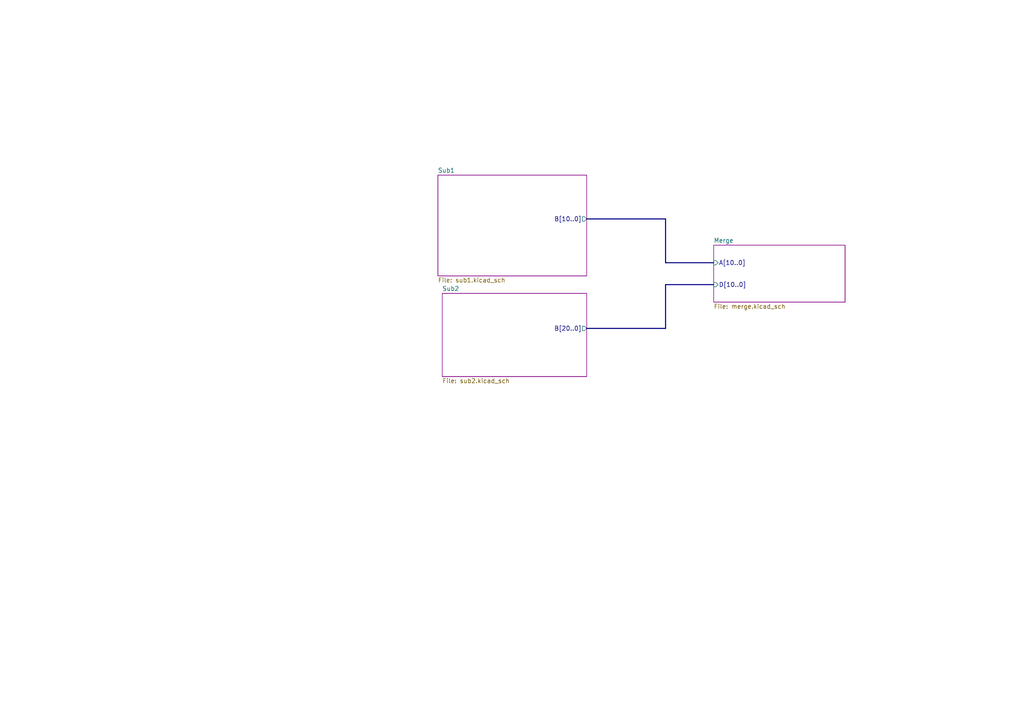
<source format=kicad_sch>
(kicad_sch (version 20200828) (generator eeschema)
  (page 1 4)
  (paper "A4")
  (lib_symbols)
  (bus (pts (xy 170.18 63.5) (xy 193.04 63.5)))
  (bus (pts (xy 170.18 95.25) (xy 193.04 95.25)))
  (bus (pts (xy 193.04 63.5) (xy 193.04 76.2)))
  (bus (pts (xy 193.04 82.55) (xy 193.04 95.25)))
  (bus (pts (xy 193.04 82.55) (xy 207.01 82.55)))
  (bus (pts (xy 207.01 76.2) (xy 193.04 76.2)))
  (sheet (at 207.01 71.12) (size 38.1 16.51) (stroke (width 0) (color 132 0 132 1)) (fill (color 255 255 255 0.0000))
    (property "Sheet name" "Merge" (at 207.01 70.4845 0) (effects (justify left bottom)))
    (property "Sheet file" "merge.kicad_sch" (at 207.01 88.1385 0) (effects (justify left top)))
    (pin "A[10..0]" input (at 207.01 76.2 180))
    (pin "D[10..0]" input (at 207.01 82.55 180))
  )
  (sheet (at 127 50.8) (size 43.18 29.21) (stroke (width 0) (color 132 0 132 1)) (fill (color 255 255 255 0.0000))
    (property "Sheet name" "Sub1" (at 127 50.1645 0) (effects (justify left bottom)))
    (property "Sheet file" "sub1.kicad_sch" (at 127 80.5185 0) (effects (justify left top)))
    (pin "B[10..0]" output (at 170.18 63.5 0))
  )
  (sheet (at 128.27 85.09) (size 41.91 24.13) (stroke (width 0) (color 132 0 132 1)) (fill (color 255 255 255 0.0000))
    (property "Sheet name" "Sub2" (at 128.27 84.4545 0) (effects (justify left bottom)))
    (property "Sheet file" "sub2.kicad_sch" (at 128.27 109.7285 0) (effects (justify left top)))
    (pin "B[20..0]" output (at 170.18 95.25 0))
  )
)
</source>
